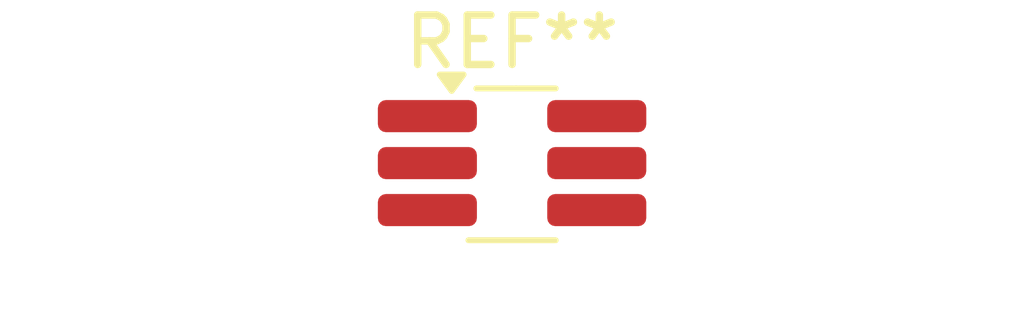
<source format=kicad_pcb>
(kicad_pcb (version 20241229) (generator "pcbnew") (generator_version "9.0")
  (layers (0 "F.Cu" signal) (2 "B.Cu" signal) (13 "F.Paste" user) (15 "B.Paste" user) (5 "F.SilkS" user "F.Silkscreen") (7 "B.SilkS" user "B.Silkscreen") (1 "F.Mask" user) (3 "B.Mask" user) (25 "Edge.Cuts" user))
  (net 0 "")
  (footprint "Package_TO_SOT_SMD:TSOT-23-6_HandSoldering" (layer "F.Cu") (at 150.5 100)
    (property "Reference" "REF**" (at 0 -2.45 0) (layer "F.SilkS"))
    (property "Value" "TSOT-23-6_HandSoldering")
    (fp_line (start -0.88 1.56) (end 0.88 1.56) (stroke (width 0.12)) (layer "F.SilkS"))
    (fp_line (start 0.08 -1.51) (end -0.72 -1.51) (stroke (width 0.12)) (layer "F.SilkS"))
    (fp_line (start 0.08 -1.51) (end 0.88 -1.51) (stroke (width 0.12)) (layer "F.SilkS"))
    (fp_poly (pts (xy -1.22 -1.46) (xy -1.46 -1.79) (xy -0.98 -1.79) (xy -1.22 -1.46)) (stroke (width 0.12)) (fill yes) (layer "F.SilkS"))
    (pad "1" smd roundrect (at -1.71 -0.95) (size 2 0.65) (layers "F.Cu" "F.Mask" "F.Paste"))
    (pad "2" smd roundrect (at -1.71 0) (size 2 0.65) (layers "F.Cu" "F.Mask" "F.Paste"))
    (pad "3" smd roundrect (at -1.71 0.95) (size 2 0.65) (layers "F.Cu" "F.Mask" "F.Paste"))
    (pad "4" smd roundrect (at 1.71 0.95) (size 2 0.65) (layers "F.Cu" "F.Mask" "F.Paste"))
    (pad "5" smd roundrect (at 1.71 0) (size 2 0.65) (layers "F.Cu" "F.Mask" "F.Paste"))
    (pad "6" smd roundrect (at 1.71 -0.95) (size 2 0.65) (layers "F.Cu" "F.Mask" "F.Paste"))
  )
)
</source>
